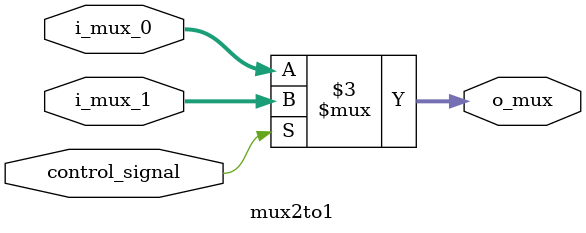
<source format=sv>
/* Copyright (c) 2024 Maveric NU. All rights reserved. */

// ------------------------------------------------------
// This is a 2-to-1 mux module to choose Memory address.
// It can choose either PCNext or calculated result.
// ------------------------------------------------------

module mux2to1
// Parameters. 
#(
    parameter ADDR_WIDTH = 64
) 
// Port decleration.
(
    // Control signal.
    input  logic                      control_signal,

    // Input interface.
    input  logic [ ADDR_WIDTH - 1:0 ] i_mux_0,
    input  logic [ ADDR_WIDTH - 1:0 ] i_mux_1,

    // Output interface.
    output logic [ ADDR_WIDTH - 1:0 ] o_mux
);

    // MUX logic.
    always_comb begin
        if ( control_signal ) begin
            o_mux = i_mux_1;
        end
        else o_mux = i_mux_0;
    end
    
endmodule
</source>
